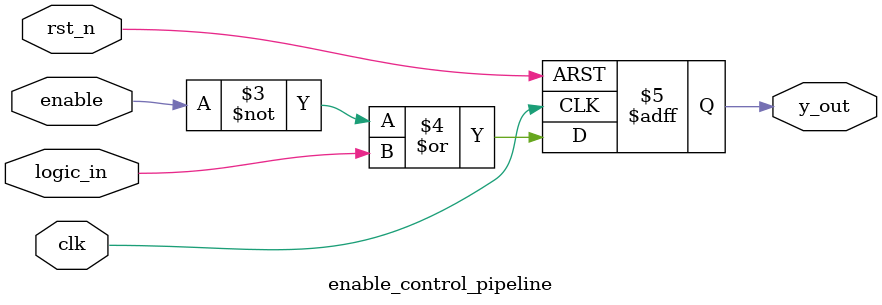
<source format=sv>
module nor3_enable (
    input  wire clk,
    input  wire rst_n,
    input  wire A,
    input  wire B,
    input  wire C,
    input  wire enable,
    output wire Y
);

    // Stage 1: Input Registration
    reg A_stage1, B_stage1, C_stage1, enable_stage1;
    always @(posedge clk or negedge rst_n) begin
        if (!rst_n) begin
            A_stage1      <= 1'b0;
            B_stage1      <= 1'b0;
            C_stage1      <= 1'b0;
            enable_stage1 <= 1'b0;
        end else begin
            A_stage1      <= A;
            B_stage1      <= B;
            C_stage1      <= C;
            enable_stage1 <= enable;
        end
    end

    // Stage 2: NOR3 Logic
    wire nor3_stage2;
    nor3_logic_pipeline u_nor3_logic_pipeline (
        .clk(clk),
        .rst_n(rst_n),
        .in_a(A_stage1),
        .in_b(B_stage1),
        .in_c(C_stage1),
        .nor_out(nor3_stage2)
    );

    // Stage 2: Enable Registration (align enable with NOR3 output)
    reg enable_stage2;
    always @(posedge clk or negedge rst_n) begin
        if (!rst_n)
            enable_stage2 <= 1'b0;
        else
            enable_stage2 <= enable_stage1;
    end

    // Stage 3: Enable Control Logic
    wire y_stage3;
    enable_control_pipeline u_enable_control_pipeline (
        .clk(clk),
        .rst_n(rst_n),
        .enable(enable_stage2),
        .logic_in(nor3_stage2),
        .y_out(y_stage3)
    );

    // Output Register (for balanced pipeline, optional)
    reg Y_reg;
    always @(posedge clk or negedge rst_n) begin
        if (!rst_n)
            Y_reg <= 1'b0;
        else
            Y_reg <= y_stage3;
    end

    assign Y = Y_reg;

endmodule

// -----------------------------------------------------------------------------
// Submodule: Registered 3-input NOR Logic (Pipeline Stage)
// -----------------------------------------------------------------------------
module nor3_logic_pipeline (
    input  wire clk,
    input  wire rst_n,
    input  wire in_a,
    input  wire in_b,
    input  wire in_c,
    output reg  nor_out
);
    always @(posedge clk or negedge rst_n) begin
        if (!rst_n)
            nor_out <= 1'b0;
        else
            nor_out <= ~in_a & ~in_b & ~in_c;
    end
endmodule

// -----------------------------------------------------------------------------
// Submodule: Registered Enable Control Logic (Pipeline Stage)
// -----------------------------------------------------------------------------
module enable_control_pipeline (
    input  wire clk,
    input  wire rst_n,
    input  wire enable,
    input  wire logic_in,
    output reg  y_out
);
    always @(posedge clk or negedge rst_n) begin
        if (!rst_n)
            y_out <= 1'b0;
        else
            y_out <= ~enable | logic_in;
    end
endmodule
</source>
